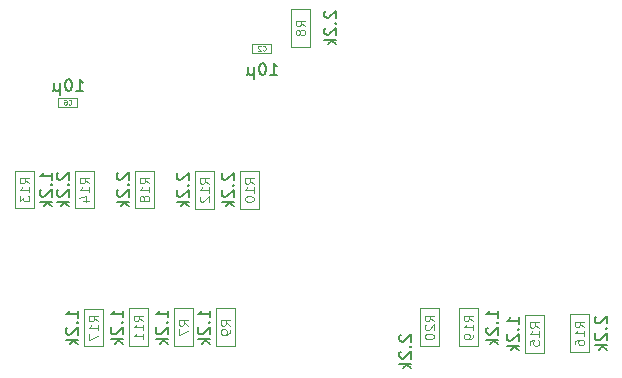
<source format=gbr>
%TF.GenerationSoftware,KiCad,Pcbnew,(6.0.4)*%
%TF.CreationDate,2022-05-15T18:51:46+02:00*%
%TF.ProjectId,BoostController,426f6f73-7443-46f6-9e74-726f6c6c6572,rev?*%
%TF.SameCoordinates,Original*%
%TF.FileFunction,AssemblyDrawing,Bot*%
%FSLAX46Y46*%
G04 Gerber Fmt 4.6, Leading zero omitted, Abs format (unit mm)*
G04 Created by KiCad (PCBNEW (6.0.4)) date 2022-05-15 18:51:46*
%MOMM*%
%LPD*%
G01*
G04 APERTURE LIST*
%ADD10C,0.150000*%
%ADD11C,0.120000*%
%ADD12C,0.060000*%
%ADD13C,0.100000*%
G04 APERTURE END LIST*
D10*
%TO.C,R7*%
X86770380Y-109116666D02*
X86770380Y-108545238D01*
X86770380Y-108830952D02*
X85770380Y-108830952D01*
X85913238Y-108735714D01*
X86008476Y-108640476D01*
X86056095Y-108545238D01*
X86675142Y-109545238D02*
X86722761Y-109592857D01*
X86770380Y-109545238D01*
X86722761Y-109497619D01*
X86675142Y-109545238D01*
X86770380Y-109545238D01*
X85865619Y-109973809D02*
X85818000Y-110021428D01*
X85770380Y-110116666D01*
X85770380Y-110354761D01*
X85818000Y-110450000D01*
X85865619Y-110497619D01*
X85960857Y-110545238D01*
X86056095Y-110545238D01*
X86198952Y-110497619D01*
X86770380Y-109926190D01*
X86770380Y-110545238D01*
X86770380Y-110973809D02*
X85770380Y-110973809D01*
X86389428Y-111069047D02*
X86770380Y-111354761D01*
X86103714Y-111354761D02*
X86484666Y-110973809D01*
D11*
X88499904Y-109816666D02*
X88118952Y-109550000D01*
X88499904Y-109359523D02*
X87699904Y-109359523D01*
X87699904Y-109664285D01*
X87738000Y-109740476D01*
X87776095Y-109778571D01*
X87852285Y-109816666D01*
X87966571Y-109816666D01*
X88042761Y-109778571D01*
X88080857Y-109740476D01*
X88118952Y-109664285D01*
X88118952Y-109359523D01*
X87699904Y-110083333D02*
X87699904Y-110616666D01*
X88499904Y-110273809D01*
D10*
%TO.C,R8*%
X100131619Y-83209238D02*
X100084000Y-83256857D01*
X100036380Y-83352095D01*
X100036380Y-83590190D01*
X100084000Y-83685428D01*
X100131619Y-83733047D01*
X100226857Y-83780666D01*
X100322095Y-83780666D01*
X100464952Y-83733047D01*
X101036380Y-83161619D01*
X101036380Y-83780666D01*
X100941142Y-84209238D02*
X100988761Y-84256857D01*
X101036380Y-84209238D01*
X100988761Y-84161619D01*
X100941142Y-84209238D01*
X101036380Y-84209238D01*
X100131619Y-84637809D02*
X100084000Y-84685428D01*
X100036380Y-84780666D01*
X100036380Y-85018761D01*
X100084000Y-85114000D01*
X100131619Y-85161619D01*
X100226857Y-85209238D01*
X100322095Y-85209238D01*
X100464952Y-85161619D01*
X101036380Y-84590190D01*
X101036380Y-85209238D01*
X101036380Y-85637809D02*
X100036380Y-85637809D01*
X100655428Y-85733047D02*
X101036380Y-86018761D01*
X100369714Y-86018761D02*
X100750666Y-85637809D01*
D11*
X98405904Y-84480666D02*
X98024952Y-84214000D01*
X98405904Y-84023523D02*
X97605904Y-84023523D01*
X97605904Y-84328285D01*
X97644000Y-84404476D01*
X97682095Y-84442571D01*
X97758285Y-84480666D01*
X97872571Y-84480666D01*
X97948761Y-84442571D01*
X97986857Y-84404476D01*
X98024952Y-84328285D01*
X98024952Y-84023523D01*
X97948761Y-84937809D02*
X97910666Y-84861619D01*
X97872571Y-84823523D01*
X97796380Y-84785428D01*
X97758285Y-84785428D01*
X97682095Y-84823523D01*
X97644000Y-84861619D01*
X97605904Y-84937809D01*
X97605904Y-85090190D01*
X97644000Y-85166380D01*
X97682095Y-85204476D01*
X97758285Y-85242571D01*
X97796380Y-85242571D01*
X97872571Y-85204476D01*
X97910666Y-85166380D01*
X97948761Y-85090190D01*
X97948761Y-84937809D01*
X97986857Y-84861619D01*
X98024952Y-84823523D01*
X98101142Y-84785428D01*
X98253523Y-84785428D01*
X98329714Y-84823523D01*
X98367809Y-84861619D01*
X98405904Y-84937809D01*
X98405904Y-85090190D01*
X98367809Y-85166380D01*
X98329714Y-85204476D01*
X98253523Y-85242571D01*
X98101142Y-85242571D01*
X98024952Y-85204476D01*
X97986857Y-85166380D01*
X97948761Y-85090190D01*
D10*
%TO.C,R9*%
X90326380Y-109116666D02*
X90326380Y-108545238D01*
X90326380Y-108830952D02*
X89326380Y-108830952D01*
X89469238Y-108735714D01*
X89564476Y-108640476D01*
X89612095Y-108545238D01*
X90231142Y-109545238D02*
X90278761Y-109592857D01*
X90326380Y-109545238D01*
X90278761Y-109497619D01*
X90231142Y-109545238D01*
X90326380Y-109545238D01*
X89421619Y-109973809D02*
X89374000Y-110021428D01*
X89326380Y-110116666D01*
X89326380Y-110354761D01*
X89374000Y-110450000D01*
X89421619Y-110497619D01*
X89516857Y-110545238D01*
X89612095Y-110545238D01*
X89754952Y-110497619D01*
X90326380Y-109926190D01*
X90326380Y-110545238D01*
X90326380Y-110973809D02*
X89326380Y-110973809D01*
X89945428Y-111069047D02*
X90326380Y-111354761D01*
X89659714Y-111354761D02*
X90040666Y-110973809D01*
D11*
X92055904Y-109816666D02*
X91674952Y-109550000D01*
X92055904Y-109359523D02*
X91255904Y-109359523D01*
X91255904Y-109664285D01*
X91294000Y-109740476D01*
X91332095Y-109778571D01*
X91408285Y-109816666D01*
X91522571Y-109816666D01*
X91598761Y-109778571D01*
X91636857Y-109740476D01*
X91674952Y-109664285D01*
X91674952Y-109359523D01*
X92055904Y-110197619D02*
X92055904Y-110350000D01*
X92017809Y-110426190D01*
X91979714Y-110464285D01*
X91865428Y-110540476D01*
X91713047Y-110578571D01*
X91408285Y-110578571D01*
X91332095Y-110540476D01*
X91294000Y-110502380D01*
X91255904Y-110426190D01*
X91255904Y-110273809D01*
X91294000Y-110197619D01*
X91332095Y-110159523D01*
X91408285Y-110121428D01*
X91598761Y-110121428D01*
X91674952Y-110159523D01*
X91713047Y-110197619D01*
X91751142Y-110273809D01*
X91751142Y-110426190D01*
X91713047Y-110502380D01*
X91674952Y-110540476D01*
X91598761Y-110578571D01*
D10*
%TO.C,R10*%
X91453619Y-96925238D02*
X91406000Y-96972857D01*
X91358380Y-97068095D01*
X91358380Y-97306190D01*
X91406000Y-97401428D01*
X91453619Y-97449047D01*
X91548857Y-97496666D01*
X91644095Y-97496666D01*
X91786952Y-97449047D01*
X92358380Y-96877619D01*
X92358380Y-97496666D01*
X92263142Y-97925238D02*
X92310761Y-97972857D01*
X92358380Y-97925238D01*
X92310761Y-97877619D01*
X92263142Y-97925238D01*
X92358380Y-97925238D01*
X91453619Y-98353809D02*
X91406000Y-98401428D01*
X91358380Y-98496666D01*
X91358380Y-98734761D01*
X91406000Y-98830000D01*
X91453619Y-98877619D01*
X91548857Y-98925238D01*
X91644095Y-98925238D01*
X91786952Y-98877619D01*
X92358380Y-98306190D01*
X92358380Y-98925238D01*
X92358380Y-99353809D02*
X91358380Y-99353809D01*
X91977428Y-99449047D02*
X92358380Y-99734761D01*
X91691714Y-99734761D02*
X92072666Y-99353809D01*
D11*
X94087904Y-97815714D02*
X93706952Y-97549047D01*
X94087904Y-97358571D02*
X93287904Y-97358571D01*
X93287904Y-97663333D01*
X93326000Y-97739523D01*
X93364095Y-97777619D01*
X93440285Y-97815714D01*
X93554571Y-97815714D01*
X93630761Y-97777619D01*
X93668857Y-97739523D01*
X93706952Y-97663333D01*
X93706952Y-97358571D01*
X94087904Y-98577619D02*
X94087904Y-98120476D01*
X94087904Y-98349047D02*
X93287904Y-98349047D01*
X93402190Y-98272857D01*
X93478380Y-98196666D01*
X93516476Y-98120476D01*
X93287904Y-99072857D02*
X93287904Y-99149047D01*
X93326000Y-99225238D01*
X93364095Y-99263333D01*
X93440285Y-99301428D01*
X93592666Y-99339523D01*
X93783142Y-99339523D01*
X93935523Y-99301428D01*
X94011714Y-99263333D01*
X94049809Y-99225238D01*
X94087904Y-99149047D01*
X94087904Y-99072857D01*
X94049809Y-98996666D01*
X94011714Y-98958571D01*
X93935523Y-98920476D01*
X93783142Y-98882380D01*
X93592666Y-98882380D01*
X93440285Y-98920476D01*
X93364095Y-98958571D01*
X93326000Y-98996666D01*
X93287904Y-99072857D01*
D10*
%TO.C,R12*%
X87643619Y-96925238D02*
X87596000Y-96972857D01*
X87548380Y-97068095D01*
X87548380Y-97306190D01*
X87596000Y-97401428D01*
X87643619Y-97449047D01*
X87738857Y-97496666D01*
X87834095Y-97496666D01*
X87976952Y-97449047D01*
X88548380Y-96877619D01*
X88548380Y-97496666D01*
X88453142Y-97925238D02*
X88500761Y-97972857D01*
X88548380Y-97925238D01*
X88500761Y-97877619D01*
X88453142Y-97925238D01*
X88548380Y-97925238D01*
X87643619Y-98353809D02*
X87596000Y-98401428D01*
X87548380Y-98496666D01*
X87548380Y-98734761D01*
X87596000Y-98830000D01*
X87643619Y-98877619D01*
X87738857Y-98925238D01*
X87834095Y-98925238D01*
X87976952Y-98877619D01*
X88548380Y-98306190D01*
X88548380Y-98925238D01*
X88548380Y-99353809D02*
X87548380Y-99353809D01*
X88167428Y-99449047D02*
X88548380Y-99734761D01*
X87881714Y-99734761D02*
X88262666Y-99353809D01*
D11*
X90277904Y-97815714D02*
X89896952Y-97549047D01*
X90277904Y-97358571D02*
X89477904Y-97358571D01*
X89477904Y-97663333D01*
X89516000Y-97739523D01*
X89554095Y-97777619D01*
X89630285Y-97815714D01*
X89744571Y-97815714D01*
X89820761Y-97777619D01*
X89858857Y-97739523D01*
X89896952Y-97663333D01*
X89896952Y-97358571D01*
X90277904Y-98577619D02*
X90277904Y-98120476D01*
X90277904Y-98349047D02*
X89477904Y-98349047D01*
X89592190Y-98272857D01*
X89668380Y-98196666D01*
X89706476Y-98120476D01*
X89554095Y-98882380D02*
X89516000Y-98920476D01*
X89477904Y-98996666D01*
X89477904Y-99187142D01*
X89516000Y-99263333D01*
X89554095Y-99301428D01*
X89630285Y-99339523D01*
X89706476Y-99339523D01*
X89820761Y-99301428D01*
X90277904Y-98844285D01*
X90277904Y-99339523D01*
D10*
%TO.C,R13*%
X76948380Y-97464666D02*
X76948380Y-96893238D01*
X76948380Y-97178952D02*
X75948380Y-97178952D01*
X76091238Y-97083714D01*
X76186476Y-96988476D01*
X76234095Y-96893238D01*
X76853142Y-97893238D02*
X76900761Y-97940857D01*
X76948380Y-97893238D01*
X76900761Y-97845619D01*
X76853142Y-97893238D01*
X76948380Y-97893238D01*
X76043619Y-98321809D02*
X75996000Y-98369428D01*
X75948380Y-98464666D01*
X75948380Y-98702761D01*
X75996000Y-98798000D01*
X76043619Y-98845619D01*
X76138857Y-98893238D01*
X76234095Y-98893238D01*
X76376952Y-98845619D01*
X76948380Y-98274190D01*
X76948380Y-98893238D01*
X76948380Y-99321809D02*
X75948380Y-99321809D01*
X76567428Y-99417047D02*
X76948380Y-99702761D01*
X76281714Y-99702761D02*
X76662666Y-99321809D01*
D11*
X75037904Y-97783714D02*
X74656952Y-97517047D01*
X75037904Y-97326571D02*
X74237904Y-97326571D01*
X74237904Y-97631333D01*
X74276000Y-97707523D01*
X74314095Y-97745619D01*
X74390285Y-97783714D01*
X74504571Y-97783714D01*
X74580761Y-97745619D01*
X74618857Y-97707523D01*
X74656952Y-97631333D01*
X74656952Y-97326571D01*
X75037904Y-98545619D02*
X75037904Y-98088476D01*
X75037904Y-98317047D02*
X74237904Y-98317047D01*
X74352190Y-98240857D01*
X74428380Y-98164666D01*
X74466476Y-98088476D01*
X74237904Y-98812285D02*
X74237904Y-99307523D01*
X74542666Y-99040857D01*
X74542666Y-99155142D01*
X74580761Y-99231333D01*
X74618857Y-99269428D01*
X74695047Y-99307523D01*
X74885523Y-99307523D01*
X74961714Y-99269428D01*
X74999809Y-99231333D01*
X75037904Y-99155142D01*
X75037904Y-98926571D01*
X74999809Y-98850380D01*
X74961714Y-98812285D01*
D10*
%TO.C,R14*%
X77483619Y-96893238D02*
X77436000Y-96940857D01*
X77388380Y-97036095D01*
X77388380Y-97274190D01*
X77436000Y-97369428D01*
X77483619Y-97417047D01*
X77578857Y-97464666D01*
X77674095Y-97464666D01*
X77816952Y-97417047D01*
X78388380Y-96845619D01*
X78388380Y-97464666D01*
X78293142Y-97893238D02*
X78340761Y-97940857D01*
X78388380Y-97893238D01*
X78340761Y-97845619D01*
X78293142Y-97893238D01*
X78388380Y-97893238D01*
X77483619Y-98321809D02*
X77436000Y-98369428D01*
X77388380Y-98464666D01*
X77388380Y-98702761D01*
X77436000Y-98798000D01*
X77483619Y-98845619D01*
X77578857Y-98893238D01*
X77674095Y-98893238D01*
X77816952Y-98845619D01*
X78388380Y-98274190D01*
X78388380Y-98893238D01*
X78388380Y-99321809D02*
X77388380Y-99321809D01*
X78007428Y-99417047D02*
X78388380Y-99702761D01*
X77721714Y-99702761D02*
X78102666Y-99321809D01*
D11*
X80117904Y-97783714D02*
X79736952Y-97517047D01*
X80117904Y-97326571D02*
X79317904Y-97326571D01*
X79317904Y-97631333D01*
X79356000Y-97707523D01*
X79394095Y-97745619D01*
X79470285Y-97783714D01*
X79584571Y-97783714D01*
X79660761Y-97745619D01*
X79698857Y-97707523D01*
X79736952Y-97631333D01*
X79736952Y-97326571D01*
X80117904Y-98545619D02*
X80117904Y-98088476D01*
X80117904Y-98317047D02*
X79317904Y-98317047D01*
X79432190Y-98240857D01*
X79508380Y-98164666D01*
X79546476Y-98088476D01*
X79584571Y-99231333D02*
X80117904Y-99231333D01*
X79279809Y-99040857D02*
X79851238Y-98850380D01*
X79851238Y-99345619D01*
D10*
%TO.C,R15*%
X116488380Y-109688666D02*
X116488380Y-109117238D01*
X116488380Y-109402952D02*
X115488380Y-109402952D01*
X115631238Y-109307714D01*
X115726476Y-109212476D01*
X115774095Y-109117238D01*
X116393142Y-110117238D02*
X116440761Y-110164857D01*
X116488380Y-110117238D01*
X116440761Y-110069619D01*
X116393142Y-110117238D01*
X116488380Y-110117238D01*
X115583619Y-110545809D02*
X115536000Y-110593428D01*
X115488380Y-110688666D01*
X115488380Y-110926761D01*
X115536000Y-111022000D01*
X115583619Y-111069619D01*
X115678857Y-111117238D01*
X115774095Y-111117238D01*
X115916952Y-111069619D01*
X116488380Y-110498190D01*
X116488380Y-111117238D01*
X116488380Y-111545809D02*
X115488380Y-111545809D01*
X116107428Y-111641047D02*
X116488380Y-111926761D01*
X115821714Y-111926761D02*
X116202666Y-111545809D01*
D11*
X118217904Y-110007714D02*
X117836952Y-109741047D01*
X118217904Y-109550571D02*
X117417904Y-109550571D01*
X117417904Y-109855333D01*
X117456000Y-109931523D01*
X117494095Y-109969619D01*
X117570285Y-110007714D01*
X117684571Y-110007714D01*
X117760761Y-109969619D01*
X117798857Y-109931523D01*
X117836952Y-109855333D01*
X117836952Y-109550571D01*
X118217904Y-110769619D02*
X118217904Y-110312476D01*
X118217904Y-110541047D02*
X117417904Y-110541047D01*
X117532190Y-110464857D01*
X117608380Y-110388666D01*
X117646476Y-110312476D01*
X117417904Y-111493428D02*
X117417904Y-111112476D01*
X117798857Y-111074380D01*
X117760761Y-111112476D01*
X117722666Y-111188666D01*
X117722666Y-111379142D01*
X117760761Y-111455333D01*
X117798857Y-111493428D01*
X117875047Y-111531523D01*
X118065523Y-111531523D01*
X118141714Y-111493428D01*
X118179809Y-111455333D01*
X118217904Y-111379142D01*
X118217904Y-111188666D01*
X118179809Y-111112476D01*
X118141714Y-111074380D01*
D10*
%TO.C,R16*%
X123033619Y-109053238D02*
X122986000Y-109100857D01*
X122938380Y-109196095D01*
X122938380Y-109434190D01*
X122986000Y-109529428D01*
X123033619Y-109577047D01*
X123128857Y-109624666D01*
X123224095Y-109624666D01*
X123366952Y-109577047D01*
X123938380Y-109005619D01*
X123938380Y-109624666D01*
X123843142Y-110053238D02*
X123890761Y-110100857D01*
X123938380Y-110053238D01*
X123890761Y-110005619D01*
X123843142Y-110053238D01*
X123938380Y-110053238D01*
X123033619Y-110481809D02*
X122986000Y-110529428D01*
X122938380Y-110624666D01*
X122938380Y-110862761D01*
X122986000Y-110958000D01*
X123033619Y-111005619D01*
X123128857Y-111053238D01*
X123224095Y-111053238D01*
X123366952Y-111005619D01*
X123938380Y-110434190D01*
X123938380Y-111053238D01*
X123938380Y-111481809D02*
X122938380Y-111481809D01*
X123557428Y-111577047D02*
X123938380Y-111862761D01*
X123271714Y-111862761D02*
X123652666Y-111481809D01*
D11*
X122027904Y-109943714D02*
X121646952Y-109677047D01*
X122027904Y-109486571D02*
X121227904Y-109486571D01*
X121227904Y-109791333D01*
X121266000Y-109867523D01*
X121304095Y-109905619D01*
X121380285Y-109943714D01*
X121494571Y-109943714D01*
X121570761Y-109905619D01*
X121608857Y-109867523D01*
X121646952Y-109791333D01*
X121646952Y-109486571D01*
X122027904Y-110705619D02*
X122027904Y-110248476D01*
X122027904Y-110477047D02*
X121227904Y-110477047D01*
X121342190Y-110400857D01*
X121418380Y-110324666D01*
X121456476Y-110248476D01*
X121227904Y-111391333D02*
X121227904Y-111238952D01*
X121266000Y-111162761D01*
X121304095Y-111124666D01*
X121418380Y-111048476D01*
X121570761Y-111010380D01*
X121875523Y-111010380D01*
X121951714Y-111048476D01*
X121989809Y-111086571D01*
X122027904Y-111162761D01*
X122027904Y-111315142D01*
X121989809Y-111391333D01*
X121951714Y-111429428D01*
X121875523Y-111467523D01*
X121685047Y-111467523D01*
X121608857Y-111429428D01*
X121570761Y-111391333D01*
X121532666Y-111315142D01*
X121532666Y-111162761D01*
X121570761Y-111086571D01*
X121608857Y-111048476D01*
X121685047Y-111010380D01*
D10*
%TO.C,R17*%
X79150380Y-109148666D02*
X79150380Y-108577238D01*
X79150380Y-108862952D02*
X78150380Y-108862952D01*
X78293238Y-108767714D01*
X78388476Y-108672476D01*
X78436095Y-108577238D01*
X79055142Y-109577238D02*
X79102761Y-109624857D01*
X79150380Y-109577238D01*
X79102761Y-109529619D01*
X79055142Y-109577238D01*
X79150380Y-109577238D01*
X78245619Y-110005809D02*
X78198000Y-110053428D01*
X78150380Y-110148666D01*
X78150380Y-110386761D01*
X78198000Y-110482000D01*
X78245619Y-110529619D01*
X78340857Y-110577238D01*
X78436095Y-110577238D01*
X78578952Y-110529619D01*
X79150380Y-109958190D01*
X79150380Y-110577238D01*
X79150380Y-111005809D02*
X78150380Y-111005809D01*
X78769428Y-111101047D02*
X79150380Y-111386761D01*
X78483714Y-111386761D02*
X78864666Y-111005809D01*
D11*
X80879904Y-109467714D02*
X80498952Y-109201047D01*
X80879904Y-109010571D02*
X80079904Y-109010571D01*
X80079904Y-109315333D01*
X80118000Y-109391523D01*
X80156095Y-109429619D01*
X80232285Y-109467714D01*
X80346571Y-109467714D01*
X80422761Y-109429619D01*
X80460857Y-109391523D01*
X80498952Y-109315333D01*
X80498952Y-109010571D01*
X80879904Y-110229619D02*
X80879904Y-109772476D01*
X80879904Y-110001047D02*
X80079904Y-110001047D01*
X80194190Y-109924857D01*
X80270380Y-109848666D01*
X80308476Y-109772476D01*
X80079904Y-110496285D02*
X80079904Y-111029619D01*
X80879904Y-110686761D01*
D10*
%TO.C,R18*%
X82563619Y-96893238D02*
X82516000Y-96940857D01*
X82468380Y-97036095D01*
X82468380Y-97274190D01*
X82516000Y-97369428D01*
X82563619Y-97417047D01*
X82658857Y-97464666D01*
X82754095Y-97464666D01*
X82896952Y-97417047D01*
X83468380Y-96845619D01*
X83468380Y-97464666D01*
X83373142Y-97893238D02*
X83420761Y-97940857D01*
X83468380Y-97893238D01*
X83420761Y-97845619D01*
X83373142Y-97893238D01*
X83468380Y-97893238D01*
X82563619Y-98321809D02*
X82516000Y-98369428D01*
X82468380Y-98464666D01*
X82468380Y-98702761D01*
X82516000Y-98798000D01*
X82563619Y-98845619D01*
X82658857Y-98893238D01*
X82754095Y-98893238D01*
X82896952Y-98845619D01*
X83468380Y-98274190D01*
X83468380Y-98893238D01*
X83468380Y-99321809D02*
X82468380Y-99321809D01*
X83087428Y-99417047D02*
X83468380Y-99702761D01*
X82801714Y-99702761D02*
X83182666Y-99321809D01*
D11*
X85197904Y-97783714D02*
X84816952Y-97517047D01*
X85197904Y-97326571D02*
X84397904Y-97326571D01*
X84397904Y-97631333D01*
X84436000Y-97707523D01*
X84474095Y-97745619D01*
X84550285Y-97783714D01*
X84664571Y-97783714D01*
X84740761Y-97745619D01*
X84778857Y-97707523D01*
X84816952Y-97631333D01*
X84816952Y-97326571D01*
X85197904Y-98545619D02*
X85197904Y-98088476D01*
X85197904Y-98317047D02*
X84397904Y-98317047D01*
X84512190Y-98240857D01*
X84588380Y-98164666D01*
X84626476Y-98088476D01*
X84740761Y-99002761D02*
X84702666Y-98926571D01*
X84664571Y-98888476D01*
X84588380Y-98850380D01*
X84550285Y-98850380D01*
X84474095Y-98888476D01*
X84436000Y-98926571D01*
X84397904Y-99002761D01*
X84397904Y-99155142D01*
X84436000Y-99231333D01*
X84474095Y-99269428D01*
X84550285Y-99307523D01*
X84588380Y-99307523D01*
X84664571Y-99269428D01*
X84702666Y-99231333D01*
X84740761Y-99155142D01*
X84740761Y-99002761D01*
X84778857Y-98926571D01*
X84816952Y-98888476D01*
X84893142Y-98850380D01*
X85045523Y-98850380D01*
X85121714Y-98888476D01*
X85159809Y-98926571D01*
X85197904Y-99002761D01*
X85197904Y-99155142D01*
X85159809Y-99231333D01*
X85121714Y-99269428D01*
X85045523Y-99307523D01*
X84893142Y-99307523D01*
X84816952Y-99269428D01*
X84778857Y-99231333D01*
X84740761Y-99155142D01*
D10*
%TO.C,R19*%
X114752380Y-109148666D02*
X114752380Y-108577238D01*
X114752380Y-108862952D02*
X113752380Y-108862952D01*
X113895238Y-108767714D01*
X113990476Y-108672476D01*
X114038095Y-108577238D01*
X114657142Y-109577238D02*
X114704761Y-109624857D01*
X114752380Y-109577238D01*
X114704761Y-109529619D01*
X114657142Y-109577238D01*
X114752380Y-109577238D01*
X113847619Y-110005809D02*
X113800000Y-110053428D01*
X113752380Y-110148666D01*
X113752380Y-110386761D01*
X113800000Y-110482000D01*
X113847619Y-110529619D01*
X113942857Y-110577238D01*
X114038095Y-110577238D01*
X114180952Y-110529619D01*
X114752380Y-109958190D01*
X114752380Y-110577238D01*
X114752380Y-111005809D02*
X113752380Y-111005809D01*
X114371428Y-111101047D02*
X114752380Y-111386761D01*
X114085714Y-111386761D02*
X114466666Y-111005809D01*
D11*
X112629904Y-109435714D02*
X112248952Y-109169047D01*
X112629904Y-108978571D02*
X111829904Y-108978571D01*
X111829904Y-109283333D01*
X111868000Y-109359523D01*
X111906095Y-109397619D01*
X111982285Y-109435714D01*
X112096571Y-109435714D01*
X112172761Y-109397619D01*
X112210857Y-109359523D01*
X112248952Y-109283333D01*
X112248952Y-108978571D01*
X112629904Y-110197619D02*
X112629904Y-109740476D01*
X112629904Y-109969047D02*
X111829904Y-109969047D01*
X111944190Y-109892857D01*
X112020380Y-109816666D01*
X112058476Y-109740476D01*
X112629904Y-110578571D02*
X112629904Y-110730952D01*
X112591809Y-110807142D01*
X112553714Y-110845238D01*
X112439428Y-110921428D01*
X112287047Y-110959523D01*
X111982285Y-110959523D01*
X111906095Y-110921428D01*
X111868000Y-110883333D01*
X111829904Y-110807142D01*
X111829904Y-110654761D01*
X111868000Y-110578571D01*
X111906095Y-110540476D01*
X111982285Y-110502380D01*
X112172761Y-110502380D01*
X112248952Y-110540476D01*
X112287047Y-110578571D01*
X112325142Y-110654761D01*
X112325142Y-110807142D01*
X112287047Y-110883333D01*
X112248952Y-110921428D01*
X112172761Y-110959523D01*
D10*
%TO.C,R20*%
X106481619Y-110609238D02*
X106434000Y-110656857D01*
X106386380Y-110752095D01*
X106386380Y-110990190D01*
X106434000Y-111085428D01*
X106481619Y-111133047D01*
X106576857Y-111180666D01*
X106672095Y-111180666D01*
X106814952Y-111133047D01*
X107386380Y-110561619D01*
X107386380Y-111180666D01*
X107291142Y-111609238D02*
X107338761Y-111656857D01*
X107386380Y-111609238D01*
X107338761Y-111561619D01*
X107291142Y-111609238D01*
X107386380Y-111609238D01*
X106481619Y-112037809D02*
X106434000Y-112085428D01*
X106386380Y-112180666D01*
X106386380Y-112418761D01*
X106434000Y-112514000D01*
X106481619Y-112561619D01*
X106576857Y-112609238D01*
X106672095Y-112609238D01*
X106814952Y-112561619D01*
X107386380Y-111990190D01*
X107386380Y-112609238D01*
X107386380Y-113037809D02*
X106386380Y-113037809D01*
X107005428Y-113133047D02*
X107386380Y-113418761D01*
X106719714Y-113418761D02*
X107100666Y-113037809D01*
D11*
X109327904Y-109435714D02*
X108946952Y-109169047D01*
X109327904Y-108978571D02*
X108527904Y-108978571D01*
X108527904Y-109283333D01*
X108566000Y-109359523D01*
X108604095Y-109397619D01*
X108680285Y-109435714D01*
X108794571Y-109435714D01*
X108870761Y-109397619D01*
X108908857Y-109359523D01*
X108946952Y-109283333D01*
X108946952Y-108978571D01*
X108604095Y-109740476D02*
X108566000Y-109778571D01*
X108527904Y-109854761D01*
X108527904Y-110045238D01*
X108566000Y-110121428D01*
X108604095Y-110159523D01*
X108680285Y-110197619D01*
X108756476Y-110197619D01*
X108870761Y-110159523D01*
X109327904Y-109702380D01*
X109327904Y-110197619D01*
X108527904Y-110692857D02*
X108527904Y-110769047D01*
X108566000Y-110845238D01*
X108604095Y-110883333D01*
X108680285Y-110921428D01*
X108832666Y-110959523D01*
X109023142Y-110959523D01*
X109175523Y-110921428D01*
X109251714Y-110883333D01*
X109289809Y-110845238D01*
X109327904Y-110769047D01*
X109327904Y-110692857D01*
X109289809Y-110616666D01*
X109251714Y-110578571D01*
X109175523Y-110540476D01*
X109023142Y-110502380D01*
X108832666Y-110502380D01*
X108680285Y-110540476D01*
X108604095Y-110578571D01*
X108566000Y-110616666D01*
X108527904Y-110692857D01*
D10*
%TO.C,R11*%
X82960380Y-109116666D02*
X82960380Y-108545238D01*
X82960380Y-108830952D02*
X81960380Y-108830952D01*
X82103238Y-108735714D01*
X82198476Y-108640476D01*
X82246095Y-108545238D01*
X82865142Y-109545238D02*
X82912761Y-109592857D01*
X82960380Y-109545238D01*
X82912761Y-109497619D01*
X82865142Y-109545238D01*
X82960380Y-109545238D01*
X82055619Y-109973809D02*
X82008000Y-110021428D01*
X81960380Y-110116666D01*
X81960380Y-110354761D01*
X82008000Y-110450000D01*
X82055619Y-110497619D01*
X82150857Y-110545238D01*
X82246095Y-110545238D01*
X82388952Y-110497619D01*
X82960380Y-109926190D01*
X82960380Y-110545238D01*
X82960380Y-110973809D02*
X81960380Y-110973809D01*
X82579428Y-111069047D02*
X82960380Y-111354761D01*
X82293714Y-111354761D02*
X82674666Y-110973809D01*
D11*
X84689904Y-109435714D02*
X84308952Y-109169047D01*
X84689904Y-108978571D02*
X83889904Y-108978571D01*
X83889904Y-109283333D01*
X83928000Y-109359523D01*
X83966095Y-109397619D01*
X84042285Y-109435714D01*
X84156571Y-109435714D01*
X84232761Y-109397619D01*
X84270857Y-109359523D01*
X84308952Y-109283333D01*
X84308952Y-108978571D01*
X84689904Y-110197619D02*
X84689904Y-109740476D01*
X84689904Y-109969047D02*
X83889904Y-109969047D01*
X84004190Y-109892857D01*
X84080380Y-109816666D01*
X84118476Y-109740476D01*
X84689904Y-110959523D02*
X84689904Y-110502380D01*
X84689904Y-110730952D02*
X83889904Y-110730952D01*
X84004190Y-110654761D01*
X84080380Y-110578571D01*
X84118476Y-110502380D01*
D10*
%TO.C,C2*%
X95456285Y-88590380D02*
X96027714Y-88590380D01*
X95742000Y-88590380D02*
X95742000Y-87590380D01*
X95837238Y-87733238D01*
X95932476Y-87828476D01*
X96027714Y-87876095D01*
X94837238Y-87590380D02*
X94742000Y-87590380D01*
X94646761Y-87638000D01*
X94599142Y-87685619D01*
X94551523Y-87780857D01*
X94503904Y-87971333D01*
X94503904Y-88209428D01*
X94551523Y-88399904D01*
X94599142Y-88495142D01*
X94646761Y-88542761D01*
X94742000Y-88590380D01*
X94837238Y-88590380D01*
X94932476Y-88542761D01*
X94980095Y-88495142D01*
X95027714Y-88399904D01*
X95075333Y-88209428D01*
X95075333Y-87971333D01*
X95027714Y-87780857D01*
X94980095Y-87685619D01*
X94932476Y-87638000D01*
X94837238Y-87590380D01*
X94075333Y-87923714D02*
X94075333Y-88923714D01*
X93599142Y-88447523D02*
X93551523Y-88542761D01*
X93456285Y-88590380D01*
X94075333Y-88447523D02*
X94027714Y-88542761D01*
X93932476Y-88590380D01*
X93742000Y-88590380D01*
X93646761Y-88542761D01*
X93599142Y-88447523D01*
X93599142Y-87923714D01*
D12*
X94808666Y-86502857D02*
X94827714Y-86521904D01*
X94884857Y-86540952D01*
X94922952Y-86540952D01*
X94980095Y-86521904D01*
X95018190Y-86483809D01*
X95037238Y-86445714D01*
X95056285Y-86369523D01*
X95056285Y-86312380D01*
X95037238Y-86236190D01*
X95018190Y-86198095D01*
X94980095Y-86160000D01*
X94922952Y-86140952D01*
X94884857Y-86140952D01*
X94827714Y-86160000D01*
X94808666Y-86179047D01*
X94656285Y-86179047D02*
X94637238Y-86160000D01*
X94599142Y-86140952D01*
X94503904Y-86140952D01*
X94465809Y-86160000D01*
X94446761Y-86179047D01*
X94427714Y-86217142D01*
X94427714Y-86255238D01*
X94446761Y-86312380D01*
X94675333Y-86540952D01*
X94427714Y-86540952D01*
D10*
%TO.C,C6*%
X79021785Y-89954380D02*
X79593214Y-89954380D01*
X79307500Y-89954380D02*
X79307500Y-88954380D01*
X79402738Y-89097238D01*
X79497976Y-89192476D01*
X79593214Y-89240095D01*
X78402738Y-88954380D02*
X78307500Y-88954380D01*
X78212261Y-89002000D01*
X78164642Y-89049619D01*
X78117023Y-89144857D01*
X78069404Y-89335333D01*
X78069404Y-89573428D01*
X78117023Y-89763904D01*
X78164642Y-89859142D01*
X78212261Y-89906761D01*
X78307500Y-89954380D01*
X78402738Y-89954380D01*
X78497976Y-89906761D01*
X78545595Y-89859142D01*
X78593214Y-89763904D01*
X78640833Y-89573428D01*
X78640833Y-89335333D01*
X78593214Y-89144857D01*
X78545595Y-89049619D01*
X78497976Y-89002000D01*
X78402738Y-88954380D01*
X77640833Y-89287714D02*
X77640833Y-90287714D01*
X77164642Y-89811523D02*
X77117023Y-89906761D01*
X77021785Y-89954380D01*
X77640833Y-89811523D02*
X77593214Y-89906761D01*
X77497976Y-89954380D01*
X77307500Y-89954380D01*
X77212261Y-89906761D01*
X77164642Y-89811523D01*
X77164642Y-89287714D01*
D12*
X78374166Y-91074857D02*
X78393214Y-91093904D01*
X78450357Y-91112952D01*
X78488452Y-91112952D01*
X78545595Y-91093904D01*
X78583690Y-91055809D01*
X78602738Y-91017714D01*
X78621785Y-90941523D01*
X78621785Y-90884380D01*
X78602738Y-90808190D01*
X78583690Y-90770095D01*
X78545595Y-90732000D01*
X78488452Y-90712952D01*
X78450357Y-90712952D01*
X78393214Y-90732000D01*
X78374166Y-90751047D01*
X78031309Y-90712952D02*
X78107500Y-90712952D01*
X78145595Y-90732000D01*
X78164642Y-90751047D01*
X78202738Y-90808190D01*
X78221785Y-90884380D01*
X78221785Y-91036761D01*
X78202738Y-91074857D01*
X78183690Y-91093904D01*
X78145595Y-91112952D01*
X78069404Y-91112952D01*
X78031309Y-91093904D01*
X78012261Y-91074857D01*
X77993214Y-91036761D01*
X77993214Y-90941523D01*
X78012261Y-90903428D01*
X78031309Y-90884380D01*
X78069404Y-90865333D01*
X78145595Y-90865333D01*
X78183690Y-90884380D01*
X78202738Y-90903428D01*
X78221785Y-90941523D01*
D13*
%TO.C,R7*%
X87338000Y-111550000D02*
X88938000Y-111550000D01*
X88938000Y-108350000D02*
X87338000Y-108350000D01*
X87338000Y-108350000D02*
X87338000Y-111550000D01*
X88938000Y-111550000D02*
X88938000Y-108350000D01*
%TO.C,R8*%
X98844000Y-83014000D02*
X97244000Y-83014000D01*
X98844000Y-86214000D02*
X98844000Y-83014000D01*
X97244000Y-83014000D02*
X97244000Y-86214000D01*
X97244000Y-86214000D02*
X98844000Y-86214000D01*
%TO.C,R9*%
X90894000Y-108350000D02*
X90894000Y-111550000D01*
X90894000Y-111550000D02*
X92494000Y-111550000D01*
X92494000Y-108350000D02*
X90894000Y-108350000D01*
X92494000Y-111550000D02*
X92494000Y-108350000D01*
%TO.C,R10*%
X92926000Y-99930000D02*
X94526000Y-99930000D01*
X94526000Y-99930000D02*
X94526000Y-96730000D01*
X94526000Y-96730000D02*
X92926000Y-96730000D01*
X92926000Y-96730000D02*
X92926000Y-99930000D01*
%TO.C,R12*%
X89116000Y-96730000D02*
X89116000Y-99930000D01*
X90716000Y-99930000D02*
X90716000Y-96730000D01*
X90716000Y-96730000D02*
X89116000Y-96730000D01*
X89116000Y-99930000D02*
X90716000Y-99930000D01*
%TO.C,R13*%
X75476000Y-99898000D02*
X75476000Y-96698000D01*
X75476000Y-96698000D02*
X73876000Y-96698000D01*
X73876000Y-99898000D02*
X75476000Y-99898000D01*
X73876000Y-96698000D02*
X73876000Y-99898000D01*
%TO.C,R14*%
X78956000Y-99898000D02*
X80556000Y-99898000D01*
X78956000Y-96698000D02*
X78956000Y-99898000D01*
X80556000Y-96698000D02*
X78956000Y-96698000D01*
X80556000Y-99898000D02*
X80556000Y-96698000D01*
%TO.C,R15*%
X117056000Y-112122000D02*
X118656000Y-112122000D01*
X117056000Y-108922000D02*
X117056000Y-112122000D01*
X118656000Y-112122000D02*
X118656000Y-108922000D01*
X118656000Y-108922000D02*
X117056000Y-108922000D01*
%TO.C,R16*%
X122466000Y-112058000D02*
X122466000Y-108858000D01*
X120866000Y-112058000D02*
X122466000Y-112058000D01*
X120866000Y-108858000D02*
X120866000Y-112058000D01*
X122466000Y-108858000D02*
X120866000Y-108858000D01*
%TO.C,R17*%
X79718000Y-108382000D02*
X79718000Y-111582000D01*
X81318000Y-111582000D02*
X81318000Y-108382000D01*
X79718000Y-111582000D02*
X81318000Y-111582000D01*
X81318000Y-108382000D02*
X79718000Y-108382000D01*
%TO.C,R18*%
X85636000Y-96698000D02*
X84036000Y-96698000D01*
X84036000Y-99898000D02*
X85636000Y-99898000D01*
X85636000Y-99898000D02*
X85636000Y-96698000D01*
X84036000Y-96698000D02*
X84036000Y-99898000D01*
%TO.C,R19*%
X111468000Y-108350000D02*
X111468000Y-111550000D01*
X113068000Y-111550000D02*
X113068000Y-108350000D01*
X111468000Y-111550000D02*
X113068000Y-111550000D01*
X113068000Y-108350000D02*
X111468000Y-108350000D01*
%TO.C,R20*%
X109766000Y-108350000D02*
X108166000Y-108350000D01*
X108166000Y-111550000D02*
X109766000Y-111550000D01*
X109766000Y-111550000D02*
X109766000Y-108350000D01*
X108166000Y-108350000D02*
X108166000Y-111550000D01*
%TO.C,R11*%
X83528000Y-108350000D02*
X83528000Y-111550000D01*
X83528000Y-111550000D02*
X85128000Y-111550000D01*
X85128000Y-108350000D02*
X83528000Y-108350000D01*
X85128000Y-111550000D02*
X85128000Y-108350000D01*
%TO.C,C2*%
X93942000Y-86760000D02*
X95542000Y-86760000D01*
X93942000Y-85960000D02*
X93942000Y-86760000D01*
X95542000Y-86760000D02*
X95542000Y-85960000D01*
X95542000Y-85960000D02*
X93942000Y-85960000D01*
%TO.C,C6*%
X77507500Y-90532000D02*
X77507500Y-91332000D01*
X79107500Y-90532000D02*
X77507500Y-90532000D01*
X79107500Y-91332000D02*
X79107500Y-90532000D01*
X77507500Y-91332000D02*
X79107500Y-91332000D01*
%TD*%
M02*

</source>
